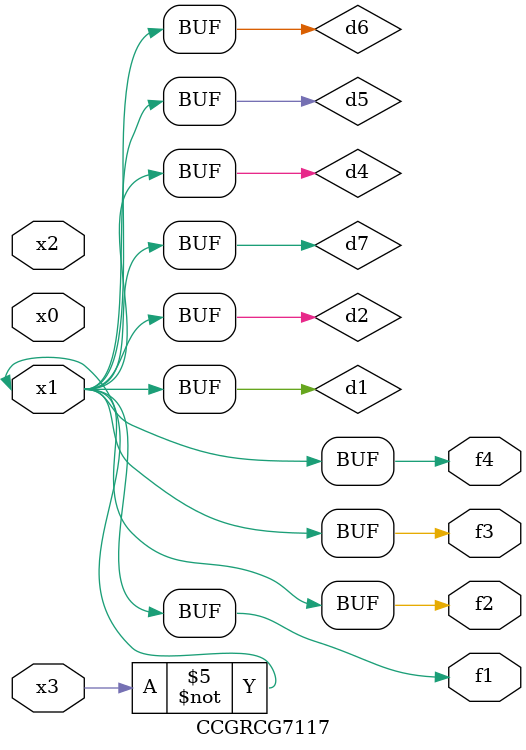
<source format=v>
module CCGRCG7117(
	input x0, x1, x2, x3,
	output f1, f2, f3, f4
);

	wire d1, d2, d3, d4, d5, d6, d7;

	not (d1, x3);
	buf (d2, x1);
	xnor (d3, d1, d2);
	nor (d4, d1);
	buf (d5, d1, d2);
	buf (d6, d4, d5);
	nand (d7, d4);
	assign f1 = d6;
	assign f2 = d7;
	assign f3 = d6;
	assign f4 = d6;
endmodule

</source>
